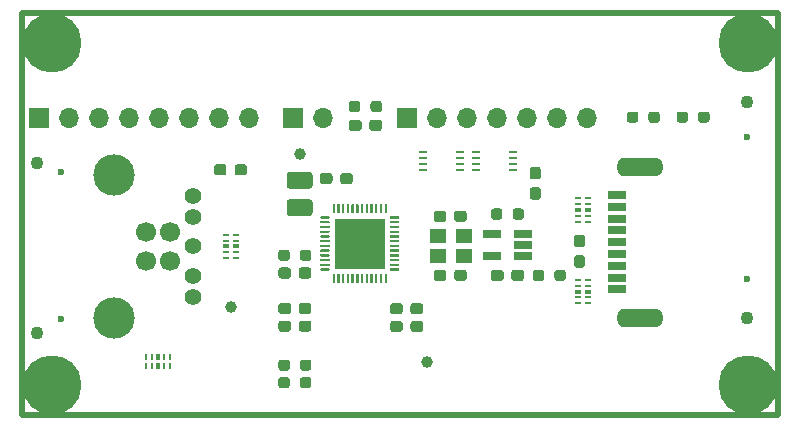
<source format=gbr>
G04 #@! TF.GenerationSoftware,KiCad,Pcbnew,5.1.10-6.fc33*
G04 #@! TF.CreationDate,2021-10-31T18:53:52+00:00*
G04 #@! TF.ProjectId,vl670,766c3637-302e-46b6-9963-61645f706362,rev?*
G04 #@! TF.SameCoordinates,Original*
G04 #@! TF.FileFunction,Soldermask,Top*
G04 #@! TF.FilePolarity,Negative*
%FSLAX46Y46*%
G04 Gerber Fmt 4.6, Leading zero omitted, Abs format (unit mm)*
G04 Created by KiCad (PCBNEW 5.1.10-6.fc33) date 2021-10-31 18:53:52*
%MOMM*%
%LPD*%
G01*
G04 APERTURE LIST*
%ADD10C,0.508000*%
%ADD11C,1.400000*%
%ADD12C,3.500000*%
%ADD13C,1.700000*%
%ADD14R,0.500000X0.250000*%
%ADD15R,0.500000X0.450000*%
%ADD16R,0.250000X0.500000*%
%ADD17R,0.450000X0.500000*%
%ADD18C,0.800000*%
%ADD19C,5.000000*%
%ADD20C,1.000000*%
%ADD21O,1.700000X1.700000*%
%ADD22R,1.700000X1.700000*%
%ADD23O,4.000000X1.600000*%
%ADD24R,1.600000X0.700000*%
%ADD25R,0.750000X0.250000*%
%ADD26R,4.300000X4.300000*%
%ADD27R,1.560000X0.650000*%
%ADD28R,1.400000X1.200000*%
%ADD29C,1.100000*%
%ADD30C,0.600000*%
G04 APERTURE END LIST*
D10*
X236500000Y-103500000D02*
X172500000Y-103500000D01*
X236500000Y-137500000D02*
X236500000Y-103500000D01*
X172500000Y-137500000D02*
X236500000Y-137500000D01*
X172500000Y-103500000D02*
X172500000Y-137500000D01*
D11*
G04 #@! TO.C,J2*
X187000000Y-125750000D03*
X187000000Y-127500000D03*
X187000000Y-119000000D03*
X187000000Y-120750000D03*
X187000000Y-123250000D03*
D12*
X180290000Y-129270000D03*
X180290000Y-117230000D03*
D13*
X185000000Y-122000000D03*
X185000000Y-124500000D03*
X183000000Y-124500000D03*
X183000000Y-122000000D03*
G04 #@! TD*
G04 #@! TO.C,R1*
G36*
G01*
X195175000Y-133059277D02*
X195175000Y-133534277D01*
G75*
G02*
X194937500Y-133771777I-237500J0D01*
G01*
X194437500Y-133771777D01*
G75*
G02*
X194200000Y-133534277I0J237500D01*
G01*
X194200000Y-133059277D01*
G75*
G02*
X194437500Y-132821777I237500J0D01*
G01*
X194937500Y-132821777D01*
G75*
G02*
X195175000Y-133059277I0J-237500D01*
G01*
G37*
G36*
G01*
X197000000Y-133059277D02*
X197000000Y-133534277D01*
G75*
G02*
X196762500Y-133771777I-237500J0D01*
G01*
X196262500Y-133771777D01*
G75*
G02*
X196025000Y-133534277I0J237500D01*
G01*
X196025000Y-133059277D01*
G75*
G02*
X196262500Y-132821777I237500J0D01*
G01*
X196762500Y-132821777D01*
G75*
G02*
X197000000Y-133059277I0J-237500D01*
G01*
G37*
G04 #@! TD*
G04 #@! TO.C,R2*
G36*
G01*
X195175000Y-134539277D02*
X195175000Y-135014277D01*
G75*
G02*
X194937500Y-135251777I-237500J0D01*
G01*
X194437500Y-135251777D01*
G75*
G02*
X194200000Y-135014277I0J237500D01*
G01*
X194200000Y-134539277D01*
G75*
G02*
X194437500Y-134301777I237500J0D01*
G01*
X194937500Y-134301777D01*
G75*
G02*
X195175000Y-134539277I0J-237500D01*
G01*
G37*
G36*
G01*
X197000000Y-134539277D02*
X197000000Y-135014277D01*
G75*
G02*
X196762500Y-135251777I-237500J0D01*
G01*
X196262500Y-135251777D01*
G75*
G02*
X196025000Y-135014277I0J237500D01*
G01*
X196025000Y-134539277D01*
G75*
G02*
X196262500Y-134301777I237500J0D01*
G01*
X196762500Y-134301777D01*
G75*
G02*
X197000000Y-134539277I0J-237500D01*
G01*
G37*
G04 #@! TD*
D14*
G04 #@! TO.C,D4*
X190602500Y-123750000D03*
X190602500Y-124250000D03*
D15*
X190602500Y-123250000D03*
D14*
X189797500Y-124250000D03*
X190602500Y-122750000D03*
X190602500Y-122250000D03*
X189797500Y-123750000D03*
X189797500Y-122250000D03*
D15*
X189797500Y-123250000D03*
D14*
X189797500Y-122750000D03*
G04 #@! TD*
D16*
G04 #@! TO.C,D1*
X184500000Y-132597500D03*
X185000000Y-132597500D03*
D17*
X184000000Y-132597500D03*
D16*
X185000000Y-133402500D03*
X183500000Y-132597500D03*
X183000000Y-132597500D03*
X184500000Y-133402500D03*
X183000000Y-133402500D03*
D17*
X184000000Y-133402500D03*
D16*
X183500000Y-133402500D03*
G04 #@! TD*
G04 #@! TO.C,C1*
G36*
G01*
X195275000Y-129762500D02*
X195275000Y-130237500D01*
G75*
G02*
X195037500Y-130475000I-237500J0D01*
G01*
X194437500Y-130475000D01*
G75*
G02*
X194200000Y-130237500I0J237500D01*
G01*
X194200000Y-129762500D01*
G75*
G02*
X194437500Y-129525000I237500J0D01*
G01*
X195037500Y-129525000D01*
G75*
G02*
X195275000Y-129762500I0J-237500D01*
G01*
G37*
G36*
G01*
X197000000Y-129762500D02*
X197000000Y-130237500D01*
G75*
G02*
X196762500Y-130475000I-237500J0D01*
G01*
X196162500Y-130475000D01*
G75*
G02*
X195925000Y-130237500I0J237500D01*
G01*
X195925000Y-129762500D01*
G75*
G02*
X196162500Y-129525000I237500J0D01*
G01*
X196762500Y-129525000D01*
G75*
G02*
X197000000Y-129762500I0J-237500D01*
G01*
G37*
G04 #@! TD*
G04 #@! TO.C,C2*
G36*
G01*
X195275000Y-128262500D02*
X195275000Y-128737500D01*
G75*
G02*
X195037500Y-128975000I-237500J0D01*
G01*
X194437500Y-128975000D01*
G75*
G02*
X194200000Y-128737500I0J237500D01*
G01*
X194200000Y-128262500D01*
G75*
G02*
X194437500Y-128025000I237500J0D01*
G01*
X195037500Y-128025000D01*
G75*
G02*
X195275000Y-128262500I0J-237500D01*
G01*
G37*
G36*
G01*
X197000000Y-128262500D02*
X197000000Y-128737500D01*
G75*
G02*
X196762500Y-128975000I-237500J0D01*
G01*
X196162500Y-128975000D01*
G75*
G02*
X195925000Y-128737500I0J237500D01*
G01*
X195925000Y-128262500D01*
G75*
G02*
X196162500Y-128025000I237500J0D01*
G01*
X196762500Y-128025000D01*
G75*
G02*
X197000000Y-128262500I0J-237500D01*
G01*
G37*
G04 #@! TD*
D18*
G04 #@! TO.C,H4*
X235325825Y-133674175D03*
X234000000Y-133125000D03*
X232674175Y-133674175D03*
X232125000Y-135000000D03*
X232674175Y-136325825D03*
X234000000Y-136875000D03*
X235325825Y-136325825D03*
X235875000Y-135000000D03*
D19*
X234000000Y-135000000D03*
G04 #@! TD*
D18*
G04 #@! TO.C,H3*
X235325825Y-104674175D03*
X234000000Y-104125000D03*
X232674175Y-104674175D03*
X232125000Y-106000000D03*
X232674175Y-107325825D03*
X234000000Y-107875000D03*
X235325825Y-107325825D03*
X235875000Y-106000000D03*
D19*
X234000000Y-106000000D03*
G04 #@! TD*
D18*
G04 #@! TO.C,H2*
X176325825Y-133674175D03*
X175000000Y-133125000D03*
X173674175Y-133674175D03*
X173125000Y-135000000D03*
X173674175Y-136325825D03*
X175000000Y-136875000D03*
X176325825Y-136325825D03*
X176875000Y-135000000D03*
D19*
X175000000Y-135000000D03*
G04 #@! TD*
D18*
G04 #@! TO.C,H1*
X176325825Y-104674175D03*
X175000000Y-104125000D03*
X173674175Y-104674175D03*
X173125000Y-106000000D03*
X173674175Y-107325825D03*
X175000000Y-107875000D03*
X176325825Y-107325825D03*
X176875000Y-106000000D03*
D19*
X175000000Y-106000000D03*
G04 #@! TD*
G04 #@! TO.C,R24*
G36*
G01*
X229737500Y-112537500D02*
X229737500Y-112062500D01*
G75*
G02*
X229975000Y-111825000I237500J0D01*
G01*
X230475000Y-111825000D01*
G75*
G02*
X230712500Y-112062500I0J-237500D01*
G01*
X230712500Y-112537500D01*
G75*
G02*
X230475000Y-112775000I-237500J0D01*
G01*
X229975000Y-112775000D01*
G75*
G02*
X229737500Y-112537500I0J237500D01*
G01*
G37*
G36*
G01*
X227912500Y-112537500D02*
X227912500Y-112062500D01*
G75*
G02*
X228150000Y-111825000I237500J0D01*
G01*
X228650000Y-111825000D01*
G75*
G02*
X228887500Y-112062500I0J-237500D01*
G01*
X228887500Y-112537500D01*
G75*
G02*
X228650000Y-112775000I-237500J0D01*
G01*
X228150000Y-112775000D01*
G75*
G02*
X227912500Y-112537500I0J237500D01*
G01*
G37*
G04 #@! TD*
G04 #@! TO.C,D20*
G36*
G01*
X219462500Y-124000000D02*
X219937500Y-124000000D01*
G75*
G02*
X220175000Y-124237500I0J-237500D01*
G01*
X220175000Y-124812500D01*
G75*
G02*
X219937500Y-125050000I-237500J0D01*
G01*
X219462500Y-125050000D01*
G75*
G02*
X219225000Y-124812500I0J237500D01*
G01*
X219225000Y-124237500D01*
G75*
G02*
X219462500Y-124000000I237500J0D01*
G01*
G37*
G36*
G01*
X219462500Y-122250000D02*
X219937500Y-122250000D01*
G75*
G02*
X220175000Y-122487500I0J-237500D01*
G01*
X220175000Y-123062500D01*
G75*
G02*
X219937500Y-123300000I-237500J0D01*
G01*
X219462500Y-123300000D01*
G75*
G02*
X219225000Y-123062500I0J237500D01*
G01*
X219225000Y-122487500D01*
G75*
G02*
X219462500Y-122250000I237500J0D01*
G01*
G37*
G04 #@! TD*
D20*
G04 #@! TO.C,TP3*
X206800000Y-133000000D03*
G04 #@! TD*
G04 #@! TO.C,TP2*
X196000000Y-115400000D03*
G04 #@! TD*
G04 #@! TO.C,TP1*
X190175000Y-128400000D03*
G04 #@! TD*
D21*
G04 #@! TO.C,J3*
X191740000Y-112400000D03*
X189200000Y-112400000D03*
X186660000Y-112400000D03*
X184120000Y-112400000D03*
X181580000Y-112400000D03*
X179040000Y-112400000D03*
X176500000Y-112400000D03*
D22*
X173960000Y-112400000D03*
G04 #@! TD*
G04 #@! TO.C,R22*
G36*
G01*
X217575000Y-125937500D02*
X217575000Y-125462500D01*
G75*
G02*
X217812500Y-125225000I237500J0D01*
G01*
X218312500Y-125225000D01*
G75*
G02*
X218550000Y-125462500I0J-237500D01*
G01*
X218550000Y-125937500D01*
G75*
G02*
X218312500Y-126175000I-237500J0D01*
G01*
X217812500Y-126175000D01*
G75*
G02*
X217575000Y-125937500I0J237500D01*
G01*
G37*
G36*
G01*
X215750000Y-125937500D02*
X215750000Y-125462500D01*
G75*
G02*
X215987500Y-125225000I237500J0D01*
G01*
X216487500Y-125225000D01*
G75*
G02*
X216725000Y-125462500I0J-237500D01*
G01*
X216725000Y-125937500D01*
G75*
G02*
X216487500Y-126175000I-237500J0D01*
G01*
X215987500Y-126175000D01*
G75*
G02*
X215750000Y-125937500I0J237500D01*
G01*
G37*
G04 #@! TD*
D23*
G04 #@! TO.C,J4*
X224815000Y-129290000D03*
X224815000Y-116490000D03*
D24*
X222865000Y-126890000D03*
X222865000Y-125890000D03*
X222865000Y-124890000D03*
X222865000Y-123890000D03*
X222865000Y-122890000D03*
X222865000Y-121890000D03*
X222865000Y-120890000D03*
X222865000Y-119890000D03*
X222865000Y-118890000D03*
G04 #@! TD*
D14*
G04 #@! TO.C,D6*
X219597500Y-119642000D03*
X219597500Y-119142000D03*
D15*
X219597500Y-120142000D03*
D14*
X220402500Y-119142000D03*
X219597500Y-120642000D03*
X219597500Y-121142000D03*
X220402500Y-119642000D03*
X220402500Y-121142000D03*
D15*
X220402500Y-120142000D03*
D14*
X220402500Y-120642000D03*
G04 #@! TD*
G04 #@! TO.C,D3*
X220402500Y-127563500D03*
X220402500Y-128063500D03*
D15*
X220402500Y-127063500D03*
D14*
X219597500Y-128063500D03*
X220402500Y-126563500D03*
X220402500Y-126063500D03*
X219597500Y-127563500D03*
X219597500Y-126063500D03*
D15*
X219597500Y-127063500D03*
D14*
X219597500Y-126563500D03*
G04 #@! TD*
D25*
G04 #@! TO.C,U3*
X210950000Y-115250000D03*
X210950000Y-115750000D03*
X210950000Y-116250000D03*
X210950000Y-116750000D03*
X214050000Y-116750000D03*
X214050000Y-116250000D03*
X214050000Y-115750000D03*
X214050000Y-115250000D03*
G04 #@! TD*
G04 #@! TO.C,U5*
X209550000Y-115250000D03*
X209550000Y-115750000D03*
X209550000Y-116250000D03*
X209550000Y-116750000D03*
X206450000Y-116750000D03*
X206450000Y-116250000D03*
X206450000Y-115750000D03*
X206450000Y-115250000D03*
G04 #@! TD*
G04 #@! TO.C,R15*
G36*
G01*
X214025000Y-120737500D02*
X214025000Y-120262500D01*
G75*
G02*
X214262500Y-120025000I237500J0D01*
G01*
X214762500Y-120025000D01*
G75*
G02*
X215000000Y-120262500I0J-237500D01*
G01*
X215000000Y-120737500D01*
G75*
G02*
X214762500Y-120975000I-237500J0D01*
G01*
X214262500Y-120975000D01*
G75*
G02*
X214025000Y-120737500I0J237500D01*
G01*
G37*
G36*
G01*
X212200000Y-120737500D02*
X212200000Y-120262500D01*
G75*
G02*
X212437500Y-120025000I237500J0D01*
G01*
X212937500Y-120025000D01*
G75*
G02*
X213175000Y-120262500I0J-237500D01*
G01*
X213175000Y-120737500D01*
G75*
G02*
X212937500Y-120975000I-237500J0D01*
G01*
X212437500Y-120975000D01*
G75*
G02*
X212200000Y-120737500I0J237500D01*
G01*
G37*
G04 #@! TD*
G04 #@! TO.C,C9*
G36*
G01*
X215712500Y-118225000D02*
X216187500Y-118225000D01*
G75*
G02*
X216425000Y-118462500I0J-237500D01*
G01*
X216425000Y-119062500D01*
G75*
G02*
X216187500Y-119300000I-237500J0D01*
G01*
X215712500Y-119300000D01*
G75*
G02*
X215475000Y-119062500I0J237500D01*
G01*
X215475000Y-118462500D01*
G75*
G02*
X215712500Y-118225000I237500J0D01*
G01*
G37*
G36*
G01*
X215712500Y-116500000D02*
X216187500Y-116500000D01*
G75*
G02*
X216425000Y-116737500I0J-237500D01*
G01*
X216425000Y-117337500D01*
G75*
G02*
X216187500Y-117575000I-237500J0D01*
G01*
X215712500Y-117575000D01*
G75*
G02*
X215475000Y-117337500I0J237500D01*
G01*
X215475000Y-116737500D01*
G75*
G02*
X215712500Y-116500000I237500J0D01*
G01*
G37*
G04 #@! TD*
D21*
G04 #@! TO.C,J5*
X198000000Y-112400000D03*
D22*
X195460000Y-112400000D03*
G04 #@! TD*
D21*
G04 #@! TO.C,J1*
X220330000Y-112400000D03*
X217790000Y-112400000D03*
X215250000Y-112400000D03*
X212710000Y-112400000D03*
X210170000Y-112400000D03*
X207630000Y-112400000D03*
D22*
X205090000Y-112400000D03*
G04 #@! TD*
G04 #@! TO.C,U2*
G36*
G01*
X197741800Y-120850000D02*
X197741800Y-120750000D01*
G75*
G02*
X197791800Y-120700000I50000J0D01*
G01*
X198491800Y-120700000D01*
G75*
G02*
X198541800Y-120750000I0J-50000D01*
G01*
X198541800Y-120850000D01*
G75*
G02*
X198491800Y-120900000I-50000J0D01*
G01*
X197791800Y-120900000D01*
G75*
G02*
X197741800Y-120850000I0J50000D01*
G01*
G37*
G36*
G01*
X197741800Y-121250000D02*
X197741800Y-121150000D01*
G75*
G02*
X197791800Y-121100000I50000J0D01*
G01*
X198491800Y-121100000D01*
G75*
G02*
X198541800Y-121150000I0J-50000D01*
G01*
X198541800Y-121250000D01*
G75*
G02*
X198491800Y-121300000I-50000J0D01*
G01*
X197791800Y-121300000D01*
G75*
G02*
X197741800Y-121250000I0J50000D01*
G01*
G37*
G36*
G01*
X197741800Y-121650000D02*
X197741800Y-121550000D01*
G75*
G02*
X197791800Y-121500000I50000J0D01*
G01*
X198491800Y-121500000D01*
G75*
G02*
X198541800Y-121550000I0J-50000D01*
G01*
X198541800Y-121650000D01*
G75*
G02*
X198491800Y-121700000I-50000J0D01*
G01*
X197791800Y-121700000D01*
G75*
G02*
X197741800Y-121650000I0J50000D01*
G01*
G37*
G36*
G01*
X197741800Y-122050000D02*
X197741800Y-121950000D01*
G75*
G02*
X197791800Y-121900000I50000J0D01*
G01*
X198491800Y-121900000D01*
G75*
G02*
X198541800Y-121950000I0J-50000D01*
G01*
X198541800Y-122050000D01*
G75*
G02*
X198491800Y-122100000I-50000J0D01*
G01*
X197791800Y-122100000D01*
G75*
G02*
X197741800Y-122050000I0J50000D01*
G01*
G37*
G36*
G01*
X197741800Y-122450000D02*
X197741800Y-122350000D01*
G75*
G02*
X197791800Y-122300000I50000J0D01*
G01*
X198491800Y-122300000D01*
G75*
G02*
X198541800Y-122350000I0J-50000D01*
G01*
X198541800Y-122450000D01*
G75*
G02*
X198491800Y-122500000I-50000J0D01*
G01*
X197791800Y-122500000D01*
G75*
G02*
X197741800Y-122450000I0J50000D01*
G01*
G37*
G36*
G01*
X197741800Y-122850000D02*
X197741800Y-122750000D01*
G75*
G02*
X197791800Y-122700000I50000J0D01*
G01*
X198491800Y-122700000D01*
G75*
G02*
X198541800Y-122750000I0J-50000D01*
G01*
X198541800Y-122850000D01*
G75*
G02*
X198491800Y-122900000I-50000J0D01*
G01*
X197791800Y-122900000D01*
G75*
G02*
X197741800Y-122850000I0J50000D01*
G01*
G37*
G36*
G01*
X197741800Y-123250000D02*
X197741800Y-123150000D01*
G75*
G02*
X197791800Y-123100000I50000J0D01*
G01*
X198491800Y-123100000D01*
G75*
G02*
X198541800Y-123150000I0J-50000D01*
G01*
X198541800Y-123250000D01*
G75*
G02*
X198491800Y-123300000I-50000J0D01*
G01*
X197791800Y-123300000D01*
G75*
G02*
X197741800Y-123250000I0J50000D01*
G01*
G37*
G36*
G01*
X197741800Y-123650000D02*
X197741800Y-123550000D01*
G75*
G02*
X197791800Y-123500000I50000J0D01*
G01*
X198491800Y-123500000D01*
G75*
G02*
X198541800Y-123550000I0J-50000D01*
G01*
X198541800Y-123650000D01*
G75*
G02*
X198491800Y-123700000I-50000J0D01*
G01*
X197791800Y-123700000D01*
G75*
G02*
X197741800Y-123650000I0J50000D01*
G01*
G37*
G36*
G01*
X197741800Y-124050000D02*
X197741800Y-123950000D01*
G75*
G02*
X197791800Y-123900000I50000J0D01*
G01*
X198491800Y-123900000D01*
G75*
G02*
X198541800Y-123950000I0J-50000D01*
G01*
X198541800Y-124050000D01*
G75*
G02*
X198491800Y-124100000I-50000J0D01*
G01*
X197791800Y-124100000D01*
G75*
G02*
X197741800Y-124050000I0J50000D01*
G01*
G37*
G36*
G01*
X197741800Y-124450000D02*
X197741800Y-124350000D01*
G75*
G02*
X197791800Y-124300000I50000J0D01*
G01*
X198491800Y-124300000D01*
G75*
G02*
X198541800Y-124350000I0J-50000D01*
G01*
X198541800Y-124450000D01*
G75*
G02*
X198491800Y-124500000I-50000J0D01*
G01*
X197791800Y-124500000D01*
G75*
G02*
X197741800Y-124450000I0J50000D01*
G01*
G37*
G36*
G01*
X197741800Y-124850000D02*
X197741800Y-124750000D01*
G75*
G02*
X197791800Y-124700000I50000J0D01*
G01*
X198491800Y-124700000D01*
G75*
G02*
X198541800Y-124750000I0J-50000D01*
G01*
X198541800Y-124850000D01*
G75*
G02*
X198491800Y-124900000I-50000J0D01*
G01*
X197791800Y-124900000D01*
G75*
G02*
X197741800Y-124850000I0J50000D01*
G01*
G37*
G36*
G01*
X197741800Y-125250000D02*
X197741800Y-125150000D01*
G75*
G02*
X197791800Y-125100000I50000J0D01*
G01*
X198491800Y-125100000D01*
G75*
G02*
X198541800Y-125150000I0J-50000D01*
G01*
X198541800Y-125250000D01*
G75*
G02*
X198491800Y-125300000I-50000J0D01*
G01*
X197791800Y-125300000D01*
G75*
G02*
X197741800Y-125250000I0J50000D01*
G01*
G37*
G36*
G01*
X198791800Y-126300000D02*
X198791800Y-125600000D01*
G75*
G02*
X198841800Y-125550000I50000J0D01*
G01*
X198941800Y-125550000D01*
G75*
G02*
X198991800Y-125600000I0J-50000D01*
G01*
X198991800Y-126300000D01*
G75*
G02*
X198941800Y-126350000I-50000J0D01*
G01*
X198841800Y-126350000D01*
G75*
G02*
X198791800Y-126300000I0J50000D01*
G01*
G37*
G36*
G01*
X199191800Y-126300000D02*
X199191800Y-125600000D01*
G75*
G02*
X199241800Y-125550000I50000J0D01*
G01*
X199341800Y-125550000D01*
G75*
G02*
X199391800Y-125600000I0J-50000D01*
G01*
X199391800Y-126300000D01*
G75*
G02*
X199341800Y-126350000I-50000J0D01*
G01*
X199241800Y-126350000D01*
G75*
G02*
X199191800Y-126300000I0J50000D01*
G01*
G37*
G36*
G01*
X199591800Y-126300000D02*
X199591800Y-125600000D01*
G75*
G02*
X199641800Y-125550000I50000J0D01*
G01*
X199741800Y-125550000D01*
G75*
G02*
X199791800Y-125600000I0J-50000D01*
G01*
X199791800Y-126300000D01*
G75*
G02*
X199741800Y-126350000I-50000J0D01*
G01*
X199641800Y-126350000D01*
G75*
G02*
X199591800Y-126300000I0J50000D01*
G01*
G37*
G36*
G01*
X199991800Y-126300000D02*
X199991800Y-125600000D01*
G75*
G02*
X200041800Y-125550000I50000J0D01*
G01*
X200141800Y-125550000D01*
G75*
G02*
X200191800Y-125600000I0J-50000D01*
G01*
X200191800Y-126300000D01*
G75*
G02*
X200141800Y-126350000I-50000J0D01*
G01*
X200041800Y-126350000D01*
G75*
G02*
X199991800Y-126300000I0J50000D01*
G01*
G37*
G36*
G01*
X200391800Y-126300000D02*
X200391800Y-125600000D01*
G75*
G02*
X200441800Y-125550000I50000J0D01*
G01*
X200541800Y-125550000D01*
G75*
G02*
X200591800Y-125600000I0J-50000D01*
G01*
X200591800Y-126300000D01*
G75*
G02*
X200541800Y-126350000I-50000J0D01*
G01*
X200441800Y-126350000D01*
G75*
G02*
X200391800Y-126300000I0J50000D01*
G01*
G37*
G36*
G01*
X200791800Y-126300000D02*
X200791800Y-125600000D01*
G75*
G02*
X200841800Y-125550000I50000J0D01*
G01*
X200941800Y-125550000D01*
G75*
G02*
X200991800Y-125600000I0J-50000D01*
G01*
X200991800Y-126300000D01*
G75*
G02*
X200941800Y-126350000I-50000J0D01*
G01*
X200841800Y-126350000D01*
G75*
G02*
X200791800Y-126300000I0J50000D01*
G01*
G37*
G36*
G01*
X201191800Y-126300000D02*
X201191800Y-125600000D01*
G75*
G02*
X201241800Y-125550000I50000J0D01*
G01*
X201341800Y-125550000D01*
G75*
G02*
X201391800Y-125600000I0J-50000D01*
G01*
X201391800Y-126300000D01*
G75*
G02*
X201341800Y-126350000I-50000J0D01*
G01*
X201241800Y-126350000D01*
G75*
G02*
X201191800Y-126300000I0J50000D01*
G01*
G37*
G36*
G01*
X201591800Y-126300000D02*
X201591800Y-125600000D01*
G75*
G02*
X201641800Y-125550000I50000J0D01*
G01*
X201741800Y-125550000D01*
G75*
G02*
X201791800Y-125600000I0J-50000D01*
G01*
X201791800Y-126300000D01*
G75*
G02*
X201741800Y-126350000I-50000J0D01*
G01*
X201641800Y-126350000D01*
G75*
G02*
X201591800Y-126300000I0J50000D01*
G01*
G37*
G36*
G01*
X201991800Y-126300000D02*
X201991800Y-125600000D01*
G75*
G02*
X202041800Y-125550000I50000J0D01*
G01*
X202141800Y-125550000D01*
G75*
G02*
X202191800Y-125600000I0J-50000D01*
G01*
X202191800Y-126300000D01*
G75*
G02*
X202141800Y-126350000I-50000J0D01*
G01*
X202041800Y-126350000D01*
G75*
G02*
X201991800Y-126300000I0J50000D01*
G01*
G37*
G36*
G01*
X202391800Y-126300000D02*
X202391800Y-125600000D01*
G75*
G02*
X202441800Y-125550000I50000J0D01*
G01*
X202541800Y-125550000D01*
G75*
G02*
X202591800Y-125600000I0J-50000D01*
G01*
X202591800Y-126300000D01*
G75*
G02*
X202541800Y-126350000I-50000J0D01*
G01*
X202441800Y-126350000D01*
G75*
G02*
X202391800Y-126300000I0J50000D01*
G01*
G37*
G36*
G01*
X202791800Y-126300000D02*
X202791800Y-125600000D01*
G75*
G02*
X202841800Y-125550000I50000J0D01*
G01*
X202941800Y-125550000D01*
G75*
G02*
X202991800Y-125600000I0J-50000D01*
G01*
X202991800Y-126300000D01*
G75*
G02*
X202941800Y-126350000I-50000J0D01*
G01*
X202841800Y-126350000D01*
G75*
G02*
X202791800Y-126300000I0J50000D01*
G01*
G37*
G36*
G01*
X203191800Y-126300000D02*
X203191800Y-125600000D01*
G75*
G02*
X203241800Y-125550000I50000J0D01*
G01*
X203341800Y-125550000D01*
G75*
G02*
X203391800Y-125600000I0J-50000D01*
G01*
X203391800Y-126300000D01*
G75*
G02*
X203341800Y-126350000I-50000J0D01*
G01*
X203241800Y-126350000D01*
G75*
G02*
X203191800Y-126300000I0J50000D01*
G01*
G37*
G36*
G01*
X203641800Y-125250000D02*
X203641800Y-125150000D01*
G75*
G02*
X203691800Y-125100000I50000J0D01*
G01*
X204391800Y-125100000D01*
G75*
G02*
X204441800Y-125150000I0J-50000D01*
G01*
X204441800Y-125250000D01*
G75*
G02*
X204391800Y-125300000I-50000J0D01*
G01*
X203691800Y-125300000D01*
G75*
G02*
X203641800Y-125250000I0J50000D01*
G01*
G37*
G36*
G01*
X203641800Y-124850000D02*
X203641800Y-124750000D01*
G75*
G02*
X203691800Y-124700000I50000J0D01*
G01*
X204391800Y-124700000D01*
G75*
G02*
X204441800Y-124750000I0J-50000D01*
G01*
X204441800Y-124850000D01*
G75*
G02*
X204391800Y-124900000I-50000J0D01*
G01*
X203691800Y-124900000D01*
G75*
G02*
X203641800Y-124850000I0J50000D01*
G01*
G37*
G36*
G01*
X203641800Y-124450000D02*
X203641800Y-124350000D01*
G75*
G02*
X203691800Y-124300000I50000J0D01*
G01*
X204391800Y-124300000D01*
G75*
G02*
X204441800Y-124350000I0J-50000D01*
G01*
X204441800Y-124450000D01*
G75*
G02*
X204391800Y-124500000I-50000J0D01*
G01*
X203691800Y-124500000D01*
G75*
G02*
X203641800Y-124450000I0J50000D01*
G01*
G37*
G36*
G01*
X203641800Y-124050000D02*
X203641800Y-123950000D01*
G75*
G02*
X203691800Y-123900000I50000J0D01*
G01*
X204391800Y-123900000D01*
G75*
G02*
X204441800Y-123950000I0J-50000D01*
G01*
X204441800Y-124050000D01*
G75*
G02*
X204391800Y-124100000I-50000J0D01*
G01*
X203691800Y-124100000D01*
G75*
G02*
X203641800Y-124050000I0J50000D01*
G01*
G37*
G36*
G01*
X203641800Y-123650000D02*
X203641800Y-123550000D01*
G75*
G02*
X203691800Y-123500000I50000J0D01*
G01*
X204391800Y-123500000D01*
G75*
G02*
X204441800Y-123550000I0J-50000D01*
G01*
X204441800Y-123650000D01*
G75*
G02*
X204391800Y-123700000I-50000J0D01*
G01*
X203691800Y-123700000D01*
G75*
G02*
X203641800Y-123650000I0J50000D01*
G01*
G37*
G36*
G01*
X203641800Y-123250000D02*
X203641800Y-123150000D01*
G75*
G02*
X203691800Y-123100000I50000J0D01*
G01*
X204391800Y-123100000D01*
G75*
G02*
X204441800Y-123150000I0J-50000D01*
G01*
X204441800Y-123250000D01*
G75*
G02*
X204391800Y-123300000I-50000J0D01*
G01*
X203691800Y-123300000D01*
G75*
G02*
X203641800Y-123250000I0J50000D01*
G01*
G37*
G36*
G01*
X203641800Y-122850000D02*
X203641800Y-122750000D01*
G75*
G02*
X203691800Y-122700000I50000J0D01*
G01*
X204391800Y-122700000D01*
G75*
G02*
X204441800Y-122750000I0J-50000D01*
G01*
X204441800Y-122850000D01*
G75*
G02*
X204391800Y-122900000I-50000J0D01*
G01*
X203691800Y-122900000D01*
G75*
G02*
X203641800Y-122850000I0J50000D01*
G01*
G37*
G36*
G01*
X203641800Y-122450000D02*
X203641800Y-122350000D01*
G75*
G02*
X203691800Y-122300000I50000J0D01*
G01*
X204391800Y-122300000D01*
G75*
G02*
X204441800Y-122350000I0J-50000D01*
G01*
X204441800Y-122450000D01*
G75*
G02*
X204391800Y-122500000I-50000J0D01*
G01*
X203691800Y-122500000D01*
G75*
G02*
X203641800Y-122450000I0J50000D01*
G01*
G37*
G36*
G01*
X203641800Y-122050000D02*
X203641800Y-121950000D01*
G75*
G02*
X203691800Y-121900000I50000J0D01*
G01*
X204391800Y-121900000D01*
G75*
G02*
X204441800Y-121950000I0J-50000D01*
G01*
X204441800Y-122050000D01*
G75*
G02*
X204391800Y-122100000I-50000J0D01*
G01*
X203691800Y-122100000D01*
G75*
G02*
X203641800Y-122050000I0J50000D01*
G01*
G37*
G36*
G01*
X203641800Y-121650000D02*
X203641800Y-121550000D01*
G75*
G02*
X203691800Y-121500000I50000J0D01*
G01*
X204391800Y-121500000D01*
G75*
G02*
X204441800Y-121550000I0J-50000D01*
G01*
X204441800Y-121650000D01*
G75*
G02*
X204391800Y-121700000I-50000J0D01*
G01*
X203691800Y-121700000D01*
G75*
G02*
X203641800Y-121650000I0J50000D01*
G01*
G37*
G36*
G01*
X203641800Y-121250000D02*
X203641800Y-121150000D01*
G75*
G02*
X203691800Y-121100000I50000J0D01*
G01*
X204391800Y-121100000D01*
G75*
G02*
X204441800Y-121150000I0J-50000D01*
G01*
X204441800Y-121250000D01*
G75*
G02*
X204391800Y-121300000I-50000J0D01*
G01*
X203691800Y-121300000D01*
G75*
G02*
X203641800Y-121250000I0J50000D01*
G01*
G37*
G36*
G01*
X203641800Y-120850000D02*
X203641800Y-120750000D01*
G75*
G02*
X203691800Y-120700000I50000J0D01*
G01*
X204391800Y-120700000D01*
G75*
G02*
X204441800Y-120750000I0J-50000D01*
G01*
X204441800Y-120850000D01*
G75*
G02*
X204391800Y-120900000I-50000J0D01*
G01*
X203691800Y-120900000D01*
G75*
G02*
X203641800Y-120850000I0J50000D01*
G01*
G37*
G36*
G01*
X203191800Y-120400000D02*
X203191800Y-119700000D01*
G75*
G02*
X203241800Y-119650000I50000J0D01*
G01*
X203341800Y-119650000D01*
G75*
G02*
X203391800Y-119700000I0J-50000D01*
G01*
X203391800Y-120400000D01*
G75*
G02*
X203341800Y-120450000I-50000J0D01*
G01*
X203241800Y-120450000D01*
G75*
G02*
X203191800Y-120400000I0J50000D01*
G01*
G37*
G36*
G01*
X202791800Y-120400000D02*
X202791800Y-119700000D01*
G75*
G02*
X202841800Y-119650000I50000J0D01*
G01*
X202941800Y-119650000D01*
G75*
G02*
X202991800Y-119700000I0J-50000D01*
G01*
X202991800Y-120400000D01*
G75*
G02*
X202941800Y-120450000I-50000J0D01*
G01*
X202841800Y-120450000D01*
G75*
G02*
X202791800Y-120400000I0J50000D01*
G01*
G37*
G36*
G01*
X202391800Y-120400000D02*
X202391800Y-119700000D01*
G75*
G02*
X202441800Y-119650000I50000J0D01*
G01*
X202541800Y-119650000D01*
G75*
G02*
X202591800Y-119700000I0J-50000D01*
G01*
X202591800Y-120400000D01*
G75*
G02*
X202541800Y-120450000I-50000J0D01*
G01*
X202441800Y-120450000D01*
G75*
G02*
X202391800Y-120400000I0J50000D01*
G01*
G37*
G36*
G01*
X201991800Y-120400000D02*
X201991800Y-119700000D01*
G75*
G02*
X202041800Y-119650000I50000J0D01*
G01*
X202141800Y-119650000D01*
G75*
G02*
X202191800Y-119700000I0J-50000D01*
G01*
X202191800Y-120400000D01*
G75*
G02*
X202141800Y-120450000I-50000J0D01*
G01*
X202041800Y-120450000D01*
G75*
G02*
X201991800Y-120400000I0J50000D01*
G01*
G37*
G36*
G01*
X201591800Y-120400000D02*
X201591800Y-119700000D01*
G75*
G02*
X201641800Y-119650000I50000J0D01*
G01*
X201741800Y-119650000D01*
G75*
G02*
X201791800Y-119700000I0J-50000D01*
G01*
X201791800Y-120400000D01*
G75*
G02*
X201741800Y-120450000I-50000J0D01*
G01*
X201641800Y-120450000D01*
G75*
G02*
X201591800Y-120400000I0J50000D01*
G01*
G37*
G36*
G01*
X201191800Y-120400000D02*
X201191800Y-119700000D01*
G75*
G02*
X201241800Y-119650000I50000J0D01*
G01*
X201341800Y-119650000D01*
G75*
G02*
X201391800Y-119700000I0J-50000D01*
G01*
X201391800Y-120400000D01*
G75*
G02*
X201341800Y-120450000I-50000J0D01*
G01*
X201241800Y-120450000D01*
G75*
G02*
X201191800Y-120400000I0J50000D01*
G01*
G37*
G36*
G01*
X200791800Y-120400000D02*
X200791800Y-119700000D01*
G75*
G02*
X200841800Y-119650000I50000J0D01*
G01*
X200941800Y-119650000D01*
G75*
G02*
X200991800Y-119700000I0J-50000D01*
G01*
X200991800Y-120400000D01*
G75*
G02*
X200941800Y-120450000I-50000J0D01*
G01*
X200841800Y-120450000D01*
G75*
G02*
X200791800Y-120400000I0J50000D01*
G01*
G37*
G36*
G01*
X200391800Y-120400000D02*
X200391800Y-119700000D01*
G75*
G02*
X200441800Y-119650000I50000J0D01*
G01*
X200541800Y-119650000D01*
G75*
G02*
X200591800Y-119700000I0J-50000D01*
G01*
X200591800Y-120400000D01*
G75*
G02*
X200541800Y-120450000I-50000J0D01*
G01*
X200441800Y-120450000D01*
G75*
G02*
X200391800Y-120400000I0J50000D01*
G01*
G37*
G36*
G01*
X199991800Y-120400000D02*
X199991800Y-119700000D01*
G75*
G02*
X200041800Y-119650000I50000J0D01*
G01*
X200141800Y-119650000D01*
G75*
G02*
X200191800Y-119700000I0J-50000D01*
G01*
X200191800Y-120400000D01*
G75*
G02*
X200141800Y-120450000I-50000J0D01*
G01*
X200041800Y-120450000D01*
G75*
G02*
X199991800Y-120400000I0J50000D01*
G01*
G37*
G36*
G01*
X199591800Y-120400000D02*
X199591800Y-119700000D01*
G75*
G02*
X199641800Y-119650000I50000J0D01*
G01*
X199741800Y-119650000D01*
G75*
G02*
X199791800Y-119700000I0J-50000D01*
G01*
X199791800Y-120400000D01*
G75*
G02*
X199741800Y-120450000I-50000J0D01*
G01*
X199641800Y-120450000D01*
G75*
G02*
X199591800Y-120400000I0J50000D01*
G01*
G37*
G36*
G01*
X199191800Y-120400000D02*
X199191800Y-119700000D01*
G75*
G02*
X199241800Y-119650000I50000J0D01*
G01*
X199341800Y-119650000D01*
G75*
G02*
X199391800Y-119700000I0J-50000D01*
G01*
X199391800Y-120400000D01*
G75*
G02*
X199341800Y-120450000I-50000J0D01*
G01*
X199241800Y-120450000D01*
G75*
G02*
X199191800Y-120400000I0J50000D01*
G01*
G37*
G36*
G01*
X198791800Y-120400000D02*
X198791800Y-119700000D01*
G75*
G02*
X198841800Y-119650000I50000J0D01*
G01*
X198941800Y-119650000D01*
G75*
G02*
X198991800Y-119700000I0J-50000D01*
G01*
X198991800Y-120400000D01*
G75*
G02*
X198941800Y-120450000I-50000J0D01*
G01*
X198841800Y-120450000D01*
G75*
G02*
X198791800Y-120400000I0J50000D01*
G01*
G37*
D26*
X201091800Y-123000000D03*
G04 #@! TD*
G04 #@! TO.C,C7*
G36*
G01*
X204733150Y-129785014D02*
X204733150Y-130260014D01*
G75*
G02*
X204495650Y-130497514I-237500J0D01*
G01*
X203895650Y-130497514D01*
G75*
G02*
X203658150Y-130260014I0J237500D01*
G01*
X203658150Y-129785014D01*
G75*
G02*
X203895650Y-129547514I237500J0D01*
G01*
X204495650Y-129547514D01*
G75*
G02*
X204733150Y-129785014I0J-237500D01*
G01*
G37*
G36*
G01*
X206458150Y-129785014D02*
X206458150Y-130260014D01*
G75*
G02*
X206220650Y-130497514I-237500J0D01*
G01*
X205620650Y-130497514D01*
G75*
G02*
X205383150Y-130260014I0J237500D01*
G01*
X205383150Y-129785014D01*
G75*
G02*
X205620650Y-129547514I237500J0D01*
G01*
X206220650Y-129547514D01*
G75*
G02*
X206458150Y-129785014I0J-237500D01*
G01*
G37*
G04 #@! TD*
G04 #@! TO.C,C8*
G36*
G01*
X206458150Y-128285011D02*
X206458150Y-128760011D01*
G75*
G02*
X206220650Y-128997511I-237500J0D01*
G01*
X205620650Y-128997511D01*
G75*
G02*
X205383150Y-128760011I0J237500D01*
G01*
X205383150Y-128285011D01*
G75*
G02*
X205620650Y-128047511I237500J0D01*
G01*
X206220650Y-128047511D01*
G75*
G02*
X206458150Y-128285011I0J-237500D01*
G01*
G37*
G36*
G01*
X204733150Y-128285011D02*
X204733150Y-128760011D01*
G75*
G02*
X204495650Y-128997511I-237500J0D01*
G01*
X203895650Y-128997511D01*
G75*
G02*
X203658150Y-128760011I0J237500D01*
G01*
X203658150Y-128285011D01*
G75*
G02*
X203895650Y-128047511I237500J0D01*
G01*
X204495650Y-128047511D01*
G75*
G02*
X204733150Y-128285011I0J-237500D01*
G01*
G37*
G04 #@! TD*
G04 #@! TO.C,C10*
G36*
G01*
X210150000Y-120462500D02*
X210150000Y-120937500D01*
G75*
G02*
X209912500Y-121175000I-237500J0D01*
G01*
X209312500Y-121175000D01*
G75*
G02*
X209075000Y-120937500I0J237500D01*
G01*
X209075000Y-120462500D01*
G75*
G02*
X209312500Y-120225000I237500J0D01*
G01*
X209912500Y-120225000D01*
G75*
G02*
X210150000Y-120462500I0J-237500D01*
G01*
G37*
G36*
G01*
X208425000Y-120462500D02*
X208425000Y-120937500D01*
G75*
G02*
X208187500Y-121175000I-237500J0D01*
G01*
X207587500Y-121175000D01*
G75*
G02*
X207350000Y-120937500I0J237500D01*
G01*
X207350000Y-120462500D01*
G75*
G02*
X207587500Y-120225000I237500J0D01*
G01*
X208187500Y-120225000D01*
G75*
G02*
X208425000Y-120462500I0J-237500D01*
G01*
G37*
G04 #@! TD*
G04 #@! TO.C,C11*
G36*
G01*
X209075000Y-125937500D02*
X209075000Y-125462500D01*
G75*
G02*
X209312500Y-125225000I237500J0D01*
G01*
X209912500Y-125225000D01*
G75*
G02*
X210150000Y-125462500I0J-237500D01*
G01*
X210150000Y-125937500D01*
G75*
G02*
X209912500Y-126175000I-237500J0D01*
G01*
X209312500Y-126175000D01*
G75*
G02*
X209075000Y-125937500I0J237500D01*
G01*
G37*
G36*
G01*
X207350000Y-125937500D02*
X207350000Y-125462500D01*
G75*
G02*
X207587500Y-125225000I237500J0D01*
G01*
X208187500Y-125225000D01*
G75*
G02*
X208425000Y-125462500I0J-237500D01*
G01*
X208425000Y-125937500D01*
G75*
G02*
X208187500Y-126175000I-237500J0D01*
G01*
X207587500Y-126175000D01*
G75*
G02*
X207350000Y-125937500I0J237500D01*
G01*
G37*
G04 #@! TD*
G04 #@! TO.C,C13*
G36*
G01*
X201250000Y-112762500D02*
X201250000Y-113237500D01*
G75*
G02*
X201012500Y-113475000I-237500J0D01*
G01*
X200412500Y-113475000D01*
G75*
G02*
X200175000Y-113237500I0J237500D01*
G01*
X200175000Y-112762500D01*
G75*
G02*
X200412500Y-112525000I237500J0D01*
G01*
X201012500Y-112525000D01*
G75*
G02*
X201250000Y-112762500I0J-237500D01*
G01*
G37*
G36*
G01*
X202975000Y-112762500D02*
X202975000Y-113237500D01*
G75*
G02*
X202737500Y-113475000I-237500J0D01*
G01*
X202137500Y-113475000D01*
G75*
G02*
X201900000Y-113237500I0J237500D01*
G01*
X201900000Y-112762500D01*
G75*
G02*
X202137500Y-112525000I237500J0D01*
G01*
X202737500Y-112525000D01*
G75*
G02*
X202975000Y-112762500I0J-237500D01*
G01*
G37*
G04 #@! TD*
G04 #@! TO.C,C19*
G36*
G01*
X212200000Y-125937500D02*
X212200000Y-125462500D01*
G75*
G02*
X212437500Y-125225000I237500J0D01*
G01*
X213037500Y-125225000D01*
G75*
G02*
X213275000Y-125462500I0J-237500D01*
G01*
X213275000Y-125937500D01*
G75*
G02*
X213037500Y-126175000I-237500J0D01*
G01*
X212437500Y-126175000D01*
G75*
G02*
X212200000Y-125937500I0J237500D01*
G01*
G37*
G36*
G01*
X213925000Y-125937500D02*
X213925000Y-125462500D01*
G75*
G02*
X214162500Y-125225000I237500J0D01*
G01*
X214762500Y-125225000D01*
G75*
G02*
X215000000Y-125462500I0J-237500D01*
G01*
X215000000Y-125937500D01*
G75*
G02*
X214762500Y-126175000I-237500J0D01*
G01*
X214162500Y-126175000D01*
G75*
G02*
X213925000Y-125937500I0J237500D01*
G01*
G37*
G04 #@! TD*
G04 #@! TO.C,C44*
G36*
G01*
X197712500Y-117737500D02*
X197712500Y-117262500D01*
G75*
G02*
X197950000Y-117025000I237500J0D01*
G01*
X198550000Y-117025000D01*
G75*
G02*
X198787500Y-117262500I0J-237500D01*
G01*
X198787500Y-117737500D01*
G75*
G02*
X198550000Y-117975000I-237500J0D01*
G01*
X197950000Y-117975000D01*
G75*
G02*
X197712500Y-117737500I0J237500D01*
G01*
G37*
G36*
G01*
X199437500Y-117737500D02*
X199437500Y-117262500D01*
G75*
G02*
X199675000Y-117025000I237500J0D01*
G01*
X200275000Y-117025000D01*
G75*
G02*
X200512500Y-117262500I0J-237500D01*
G01*
X200512500Y-117737500D01*
G75*
G02*
X200275000Y-117975000I-237500J0D01*
G01*
X199675000Y-117975000D01*
G75*
G02*
X199437500Y-117737500I0J237500D01*
G01*
G37*
G04 #@! TD*
G04 #@! TO.C,C51*
G36*
G01*
X197000000Y-125262500D02*
X197000000Y-125737500D01*
G75*
G02*
X196762500Y-125975000I-237500J0D01*
G01*
X196162500Y-125975000D01*
G75*
G02*
X195925000Y-125737500I0J237500D01*
G01*
X195925000Y-125262500D01*
G75*
G02*
X196162500Y-125025000I237500J0D01*
G01*
X196762500Y-125025000D01*
G75*
G02*
X197000000Y-125262500I0J-237500D01*
G01*
G37*
G36*
G01*
X195275000Y-125262500D02*
X195275000Y-125737500D01*
G75*
G02*
X195037500Y-125975000I-237500J0D01*
G01*
X194437500Y-125975000D01*
G75*
G02*
X194200000Y-125737500I0J237500D01*
G01*
X194200000Y-125262500D01*
G75*
G02*
X194437500Y-125025000I237500J0D01*
G01*
X195037500Y-125025000D01*
G75*
G02*
X195275000Y-125262500I0J-237500D01*
G01*
G37*
G04 #@! TD*
G04 #@! TO.C,D2*
G36*
G01*
X190500000Y-116987500D02*
X190500000Y-116512500D01*
G75*
G02*
X190737500Y-116275000I237500J0D01*
G01*
X191312500Y-116275000D01*
G75*
G02*
X191550000Y-116512500I0J-237500D01*
G01*
X191550000Y-116987500D01*
G75*
G02*
X191312500Y-117225000I-237500J0D01*
G01*
X190737500Y-117225000D01*
G75*
G02*
X190500000Y-116987500I0J237500D01*
G01*
G37*
G36*
G01*
X188750000Y-116987500D02*
X188750000Y-116512500D01*
G75*
G02*
X188987500Y-116275000I237500J0D01*
G01*
X189562500Y-116275000D01*
G75*
G02*
X189800000Y-116512500I0J-237500D01*
G01*
X189800000Y-116987500D01*
G75*
G02*
X189562500Y-117225000I-237500J0D01*
G01*
X188987500Y-117225000D01*
G75*
G02*
X188750000Y-116987500I0J237500D01*
G01*
G37*
G04 #@! TD*
G04 #@! TO.C,L1*
G36*
G01*
X195150000Y-116925000D02*
X196850000Y-116925000D01*
G75*
G02*
X197100000Y-117175000I0J-250000D01*
G01*
X197100000Y-118100000D01*
G75*
G02*
X196850000Y-118350000I-250000J0D01*
G01*
X195150000Y-118350000D01*
G75*
G02*
X194900000Y-118100000I0J250000D01*
G01*
X194900000Y-117175000D01*
G75*
G02*
X195150000Y-116925000I250000J0D01*
G01*
G37*
G36*
G01*
X195150000Y-119250000D02*
X196850000Y-119250000D01*
G75*
G02*
X197100000Y-119500000I0J-250000D01*
G01*
X197100000Y-120425000D01*
G75*
G02*
X196850000Y-120675000I-250000J0D01*
G01*
X195150000Y-120675000D01*
G75*
G02*
X194900000Y-120425000I0J250000D01*
G01*
X194900000Y-119500000D01*
G75*
G02*
X195150000Y-119250000I250000J0D01*
G01*
G37*
G04 #@! TD*
G04 #@! TO.C,R3*
G36*
G01*
X226500000Y-112062500D02*
X226500000Y-112537500D01*
G75*
G02*
X226262500Y-112775000I-237500J0D01*
G01*
X225762500Y-112775000D01*
G75*
G02*
X225525000Y-112537500I0J237500D01*
G01*
X225525000Y-112062500D01*
G75*
G02*
X225762500Y-111825000I237500J0D01*
G01*
X226262500Y-111825000D01*
G75*
G02*
X226500000Y-112062500I0J-237500D01*
G01*
G37*
G36*
G01*
X224675000Y-112062500D02*
X224675000Y-112537500D01*
G75*
G02*
X224437500Y-112775000I-237500J0D01*
G01*
X223937500Y-112775000D01*
G75*
G02*
X223700000Y-112537500I0J237500D01*
G01*
X223700000Y-112062500D01*
G75*
G02*
X223937500Y-111825000I237500J0D01*
G01*
X224437500Y-111825000D01*
G75*
G02*
X224675000Y-112062500I0J-237500D01*
G01*
G37*
G04 #@! TD*
G04 #@! TO.C,R4*
G36*
G01*
X202000000Y-111637500D02*
X202000000Y-111162500D01*
G75*
G02*
X202237500Y-110925000I237500J0D01*
G01*
X202737500Y-110925000D01*
G75*
G02*
X202975000Y-111162500I0J-237500D01*
G01*
X202975000Y-111637500D01*
G75*
G02*
X202737500Y-111875000I-237500J0D01*
G01*
X202237500Y-111875000D01*
G75*
G02*
X202000000Y-111637500I0J237500D01*
G01*
G37*
G36*
G01*
X200175000Y-111637500D02*
X200175000Y-111162500D01*
G75*
G02*
X200412500Y-110925000I237500J0D01*
G01*
X200912500Y-110925000D01*
G75*
G02*
X201150000Y-111162500I0J-237500D01*
G01*
X201150000Y-111637500D01*
G75*
G02*
X200912500Y-111875000I-237500J0D01*
G01*
X200412500Y-111875000D01*
G75*
G02*
X200175000Y-111637500I0J237500D01*
G01*
G37*
G04 #@! TD*
D27*
G04 #@! TO.C,U4*
X214950000Y-124050000D03*
X214950000Y-123100000D03*
X214950000Y-122150000D03*
X212250000Y-122150000D03*
X212250000Y-124050000D03*
G04 #@! TD*
D28*
G04 #@! TO.C,Y1*
X207700000Y-124050000D03*
X209900000Y-124050000D03*
X209900000Y-122350000D03*
X207700000Y-122350000D03*
G04 #@! TD*
G04 #@! TO.C,R19*
G36*
G01*
X195175000Y-123762500D02*
X195175000Y-124237500D01*
G75*
G02*
X194937500Y-124475000I-237500J0D01*
G01*
X194437500Y-124475000D01*
G75*
G02*
X194200000Y-124237500I0J237500D01*
G01*
X194200000Y-123762500D01*
G75*
G02*
X194437500Y-123525000I237500J0D01*
G01*
X194937500Y-123525000D01*
G75*
G02*
X195175000Y-123762500I0J-237500D01*
G01*
G37*
G36*
G01*
X197000000Y-123762500D02*
X197000000Y-124237500D01*
G75*
G02*
X196762500Y-124475000I-237500J0D01*
G01*
X196262500Y-124475000D01*
G75*
G02*
X196025000Y-124237500I0J237500D01*
G01*
X196025000Y-123762500D01*
G75*
G02*
X196262500Y-123525000I237500J0D01*
G01*
X196762500Y-123525000D01*
G75*
G02*
X197000000Y-123762500I0J-237500D01*
G01*
G37*
G04 #@! TD*
D29*
G04 #@! TO.C,FID1*
X173736000Y-116205000D03*
G04 #@! TD*
D30*
G04 #@! TO.C,FID2*
X175768000Y-116967000D03*
G04 #@! TD*
D29*
G04 #@! TO.C,FID3*
X233886000Y-110998000D03*
G04 #@! TD*
D30*
G04 #@! TO.C,FID4*
X175768000Y-129413000D03*
G04 #@! TD*
D29*
G04 #@! TO.C,FID5*
X173736000Y-130556000D03*
G04 #@! TD*
D30*
G04 #@! TO.C,FID6*
X233886000Y-114000000D03*
G04 #@! TD*
D29*
G04 #@! TO.C,FID7*
X233886000Y-129318000D03*
G04 #@! TD*
D30*
G04 #@! TO.C,FID8*
X233886000Y-126000000D03*
G04 #@! TD*
M02*

</source>
